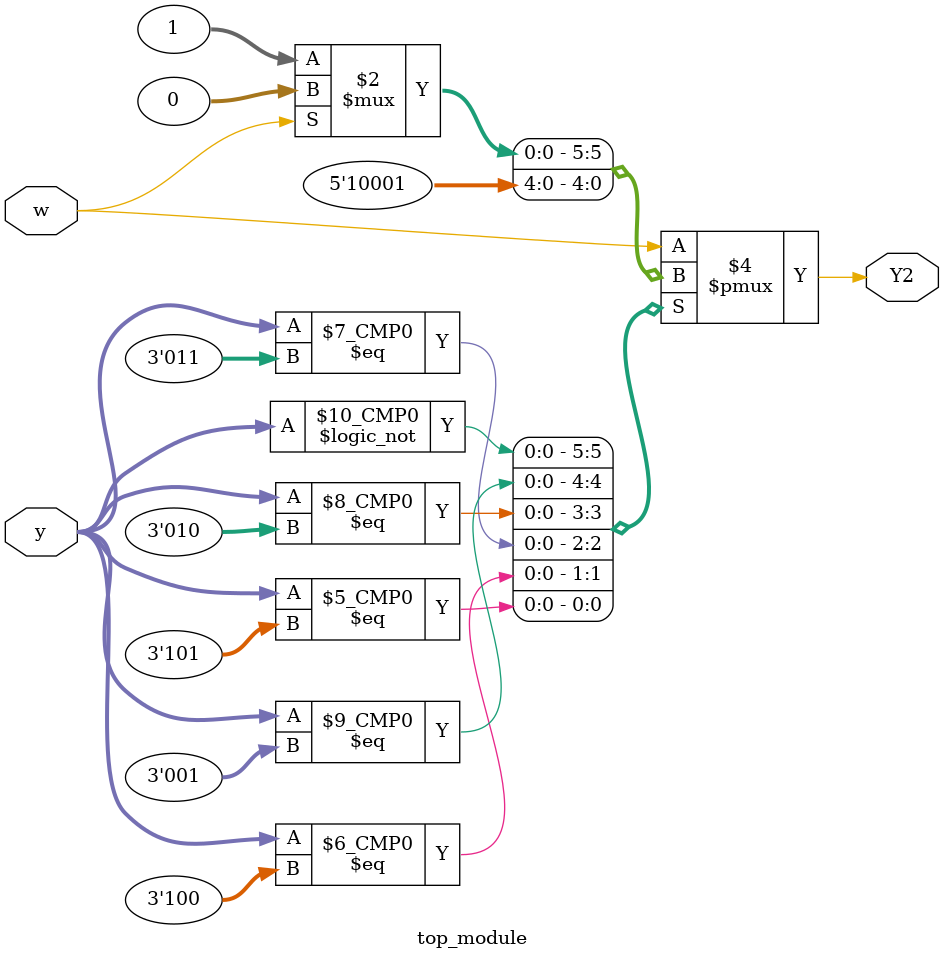
<source format=sv>
module top_module(
    input [3:1] y,
    input w,
    output reg Y2);

    always @(*) begin
        case (y)
            // Next state logic for Y2
            3'b000: Y2 = (w) ? 0 : 1;
            3'b001: Y2 = 1;
            3'b010: Y2 = 0;
            3'b011: Y2 = 0;
            3'b100: Y2 = 0;
            3'b101: Y2 = 1;
            default: Y2 = w;
        endcase
    end

endmodule

</source>
